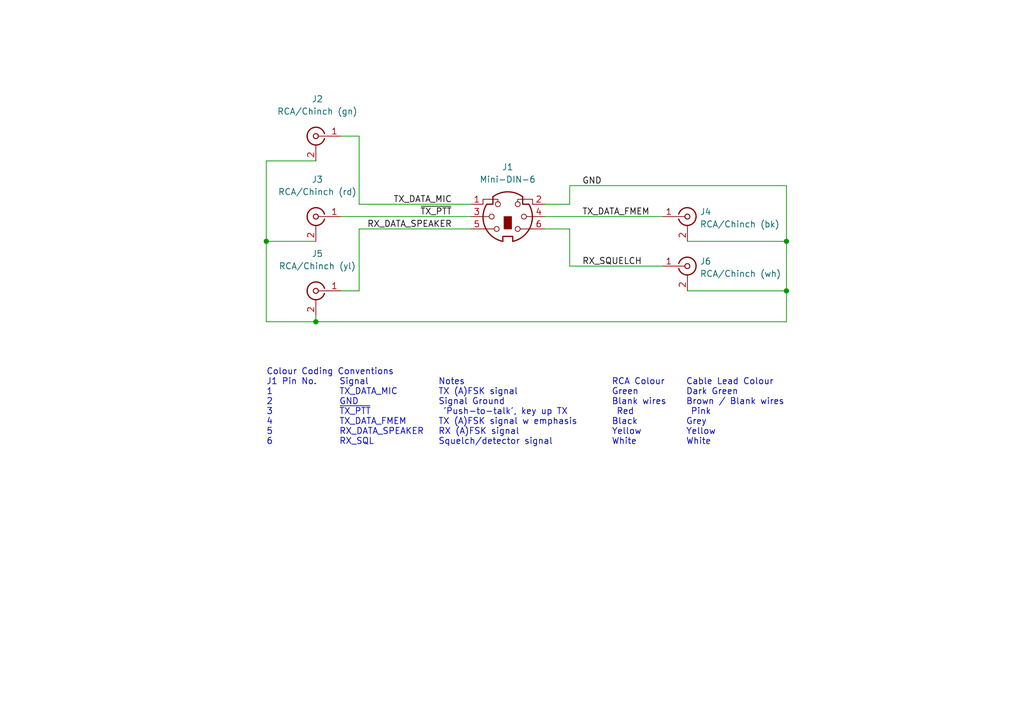
<source format=kicad_sch>
(kicad_sch (version 20211123) (generator eeschema)
  (paper "A5")
  (title_block (title "RTTY/DATA port of FTdx1200 to bunch of female Chinch/RCA") (date "2023-02-11") (rev "V1.0") (company "Peter Cornelius DL5BCT / peter cornelius consulting") (comment 1 "Adapter extends to PC via standard male audio jack / male RCA cable.") (comment 2 "RCA / Chinch connectors are female.") (comment 3 "Please see http://wa8lmf.net/6-Pin-MiniDin-Data-Connector/ for explanations.") (comment 4 "TX_DATA_FMEM also is fix audio but _with_ emphasis for FM use.") (comment 5 "TX_DATA_MIC is fix-level audio at approx. 100 mV @ 600 Ohm without emphasis.") (comment 6 "Note that all 'data' signals actually are _audio_ signals."))
  (lib_symbols
    (symbol "Connector:Conn_Coaxial" (pin_names (offset 1.016) hide)
      (property "Reference" "J" (at 0.254 3.048 0))
      (property "Value" "Conn_Coaxial" (at 2.921 0 90))
      (symbol "Conn_Coaxial_0_1"
        (arc (start -1.778 -0.508) (mid 0.2311 -1.8066) (end 1.778 0) (stroke (width 0.254)))
        (polyline (pts (xy -2.54 0) (xy -0.508 0)))
        (polyline (pts (xy 0 -2.54) (xy 0 -1.778)))
        (circle (center 0 0) (radius 0.508) (stroke (width 0.2032)))
        (arc (start 1.778 0) (mid 0.2099 1.8101) (end -1.778 0.508) (stroke (width 0.254)))
      )
      (symbol "Conn_Coaxial_1_1"
        (pin passive line (at -5.08 0 0) (length 2.54) (name "In") (number "1"))
        (pin passive line (at 0 -5.08 90) (length 2.54) (name "Ext") (number "2"))
      )
    )
    (symbol "Connector:Mini-DIN-6" (pin_names (offset 1.016))
      (property "Reference" "J" (at 0 6.35 0))
      (property "Value" "Mini-DIN-6" (at 0 -6.35 0))
      (symbol "Mini-DIN-6_0_1"
        (circle (center -3.302 0) (radius 0.508))
        (arc (start -3.048 -4.064) (mid 0 -5.08) (end 3.048 -4.064) (stroke (width 0.254)))
        (circle (center -2.032 -2.54) (radius 0.508))
        (circle (center -2.032 2.54) (radius 0.508))
        (arc (start -1.016 5.08) (mid -4.6228 2.1214) (end -4.318 -2.54) (stroke (width 0.254)))
        (rectangle (start -0.762 2.54) (end 0.762 0) (fill (type outline)))
        (polyline (pts (xy -3.81 0) (xy -5.08 0)))
        (polyline (pts (xy -2.54 2.54) (xy -5.08 2.54)))
        (polyline (pts (xy 2.794 2.54) (xy 5.08 2.54)))
        (polyline (pts (xy 5.08 0) (xy 3.81 0)))
        (polyline (pts (xy -4.318 -2.54) (xy -3.048 -2.54) (xy -3.048 -4.064)) (stroke (width 0.254)))
        (polyline (pts (xy 4.318 -2.54) (xy 3.048 -2.54) (xy 3.048 -4.064)) (stroke (width 0.254)))
        (polyline (pts (xy -2.032 -3.048) (xy -2.032 -3.556) (xy -5.08 -3.556) (xy -5.08 -2.54)))
        (polyline (pts (xy -1.016 5.08) (xy -1.016 4.064) (xy 1.016 4.064) (xy 1.016 5.08)) (stroke (width 0.254)))
        (polyline (pts (xy 2.032 -3.048) (xy 2.032 -3.556) (xy 5.08 -3.556) (xy 5.08 -2.54)))
        (circle (center 2.032 -2.54) (radius 0.508))
        (circle (center 2.286 2.54) (radius 0.508))
        (circle (center 3.302 0) (radius 0.508))
        (arc (start 4.318 -2.54) (mid 4.6661 2.1322) (end 1.016 5.08) (stroke (width 0.254)))
      )
      (symbol "Mini-DIN-6_1_1"
        (pin passive line (at 7.62 -2.54 180) (length 2.54) (name "~") (number "1"))
        (pin passive line (at -7.62 -2.54 0) (length 2.54) (name "~") (number "2"))
        (pin passive line (at 7.62 0 180) (length 2.54) (name "~") (number "3"))
        (pin passive line (at -7.62 0 0) (length 2.54) (name "~") (number "4"))
        (pin passive line (at 7.62 2.54 180) (length 2.54) (name "~") (number "5"))
        (pin passive line (at -7.62 2.54 0) (length 2.54) (name "~") (number "6"))
      )
    )
  )
  (junction (at 64.77 66.04))
  (junction (at 54.61 49.53))
  (junction (at 161.29 59.69))
  (junction (at 161.29 49.53))
  (wire (pts (xy 73.66 41.91) (xy 73.66 27.94)))
  (wire (pts (xy 96.52 41.91) (xy 73.66 41.91)))
  (wire (pts (xy 111.76 44.45) (xy 135.89 44.45)))
  (wire (pts (xy 64.77 33.02) (xy 54.61 33.02)))
  (wire (pts (xy 116.84 46.99) (xy 116.84 54.61)))
  (wire (pts (xy 111.76 41.91) (xy 116.84 41.91)))
  (wire (pts (xy 140.97 49.53) (xy 161.29 49.53)))
  (wire (pts (xy 161.29 59.69) (xy 161.29 66.04)))
  (wire (pts (xy 64.77 66.04) (xy 161.29 66.04)))
  (wire (pts (xy 140.97 59.69) (xy 161.29 59.69)))
  (wire (pts (xy 111.76 46.99) (xy 116.84 46.99)))
  (wire (pts (xy 54.61 33.02) (xy 54.61 49.53)))
  (wire (pts (xy 161.29 38.1) (xy 161.29 49.53)))
  (wire (pts (xy 69.85 59.69) (xy 73.66 59.69)))
  (wire (pts (xy 116.84 54.61) (xy 135.89 54.61)))
  (wire (pts (xy 54.61 49.53) (xy 54.61 66.04)))
  (wire (pts (xy 69.85 44.45) (xy 96.52 44.45)))
  (wire (pts (xy 73.66 46.99) (xy 73.66 59.69)))
  (wire (pts (xy 54.61 66.04) (xy 64.77 66.04)))
  (wire (pts (xy 54.61 49.53) (xy 64.77 49.53)))
  (wire (pts (xy 64.77 64.77) (xy 64.77 66.04)))
  (wire (pts (xy 116.84 41.91) (xy 116.84 38.1)))
  (wire (pts (xy 69.85 27.94) (xy 73.66 27.94)))
  (wire (pts (xy 116.84 38.1) (xy 161.29 38.1)))
  (wire (pts (xy 73.66 46.99) (xy 96.52 46.99)))
  (wire (pts (xy 161.29 49.53) (xy 161.29 59.69)))
  (text "Colour Coding Conventions\nJ1 Pin No.	Signal			Notes						RCA Colour	Cable Lead Colour\n1			TX_DATA_MIC		TX (A)FSK signal			Green		Dark Green\n2			GND				Signal Ground				Blank wires	Brown / Blank wires\n3			~{TX_PTT}			'Push-to-talk', key up TX	Red			Pink\n4			TX_DATA_FMEM	TX (A)FSK signal w emphasis	Black		Grey\n5			RX_DATA_SPEAKER	RX (A)FSK signal			Yellow		Yellow\n6			RX_SQL			Squelch/detector signal		White		White\n" (at 54.61 91.44 0) (effects (font (size 1.27 1.27)) (justify left bottom)))
  (label "RX_DATA_SPEAKER" (at 92.71 46.99 180))
  (label "RX_SQUELCH" (at 119.38 54.61 0))
  (label "TX_DATA_MIC" (at 92.71 41.91 180))
  (label "GND" (at 119.38 38.1 0))
  (label "TX_DATA_FMEM" (at 119.38 44.45 0))
  (label "~{TX_PTT}" (at 92.71 44.45 180))
  (symbol (lib_id "Connector:Conn_Coaxial") (at 64.77 59.69 0) (mirror y) (unit 1)
    (property "Reference" "J5" (at 65.0874 52.07 0))
    (property "Value" "RCA/Chinch (yl)" (at 65.0874 54.61 0))
    (property "Datasheet" " ~" (effects hide))
  )
  (symbol (lib_id "Connector:Conn_Coaxial") (at 64.77 44.45 0) (mirror y) (unit 1)
    (property "Reference" "J3" (at 65.0874 36.83 0))
    (property "Value" "RCA/Chinch (rd)" (at 65.0874 39.37 0))
    (property "Datasheet" " ~" (effects hide))
  )
  (symbol (lib_id "Connector:Mini-DIN-6") (at 104.14 44.45 180) (unit 1)
    (property "Reference" "J1" (at 104.1222 34.29 0))
    (property "Value" "Mini-DIN-6" (at 104.1222 36.83 0))
    (property "Datasheet" "http://service.powerdynamics.com/ec/Catalog17/Section%2011.pdf" (effects hide))
  )
  (symbol (lib_id "Connector:Conn_Coaxial") (at 140.97 44.45 0) (unit 1)
    (property "Reference" "J4" (at 143.51 43.4731 0) (effects (justify left)))
    (property "Value" "RCA/Chinch (bk)" (at 143.51 46.0131 0) (effects (justify left)))
    (property "Datasheet" " ~" (effects hide))
  )
  (symbol (lib_id "Connector:Conn_Coaxial") (at 140.97 54.61 0) (unit 1)
    (property "Reference" "J6" (at 143.51 53.6331 0) (effects (justify left)))
    (property "Value" "RCA/Chinch (wh)" (at 143.51 56.1731 0) (effects (justify left)))
    (property "Datasheet" " ~" (effects hide))
  )
  (symbol (lib_id "Connector:Conn_Coaxial") (at 64.77 27.94 0) (mirror y) (unit 1)
    (property "Reference" "J2" (at 65.0874 20.32 0))
    (property "Value" "RCA/Chinch (gn)" (at 65.0874 22.86 0))
    (property "Datasheet" " ~" (effects hide))
  )
)
</source>
